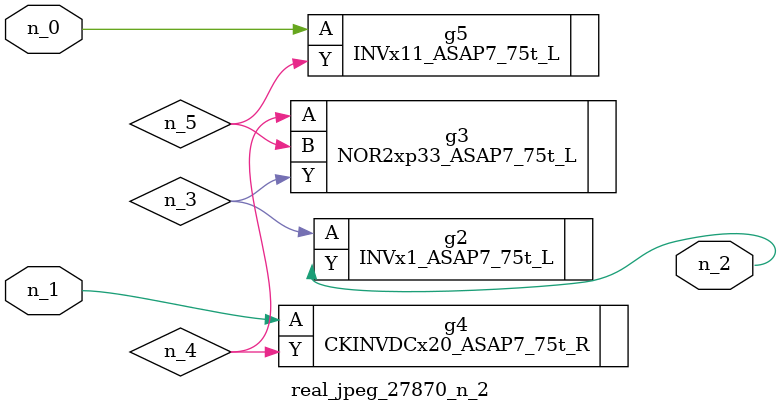
<source format=v>
module real_jpeg_27870_n_2 (n_1, n_0, n_2);

input n_1;
input n_0;

output n_2;

wire n_5;
wire n_4;
wire n_3;

INVx11_ASAP7_75t_L g5 ( 
.A(n_0),
.Y(n_5)
);

CKINVDCx20_ASAP7_75t_R g4 ( 
.A(n_1),
.Y(n_4)
);

INVx1_ASAP7_75t_L g2 ( 
.A(n_3),
.Y(n_2)
);

NOR2xp33_ASAP7_75t_L g3 ( 
.A(n_4),
.B(n_5),
.Y(n_3)
);


endmodule
</source>
